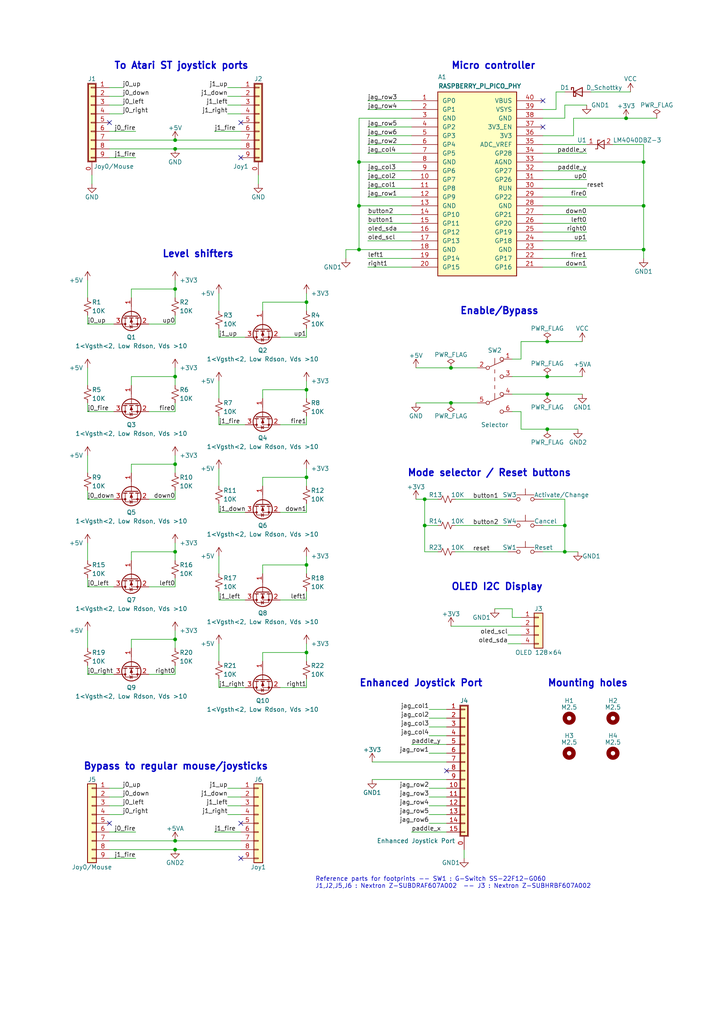
<source format=kicad_sch>
(kicad_sch (version 20211123) (generator eeschema)
  (paper "A4" portrait)
  (title_block (title "Enhanced to Standard Joystick Port Adapter for the Atari ST") (date "2023-02-09") (rev "1.0.0-DRAFT") (company "Sporniket") (comment 1 "...atari-st-mod-enhanced-to-standard-joystick-ports-adapter--hardware") (comment 2 "Original repository : https://github.com/sporniket/..."))
  (lib_symbols
    (symbol "Conn_01x09_Shielded_1" (pin_names (offset 1.016) hide)
      (property "Reference" "J2" (at 0 12.7 0))
      (property "Value" "Conn_01x09_Shielded_1" (at -5.08 -12.7 0))
      (symbol "Conn_01x09_Shielded_1_1_1"
        (pin passive line (at 0 -15.24 90) (length 3.81) (name "Shield") (number "0"))
        (pin passive line (at -5.08 10.16 0) (length 4.064) (name "Pin_1") (number "1"))
        (pin passive line (at -5.08 7.62 0) (length 4.064) (name "Pin_2") (number "2"))
        (pin passive line (at -5.08 5.08 0) (length 4.064) (name "Pin_3") (number "3"))
        (pin passive line (at -5.08 2.54 0) (length 4.064) (name "Pin_4") (number "4"))
        (pin passive line (at -5.08 0 0) (length 4.064) (name "Pin_5") (number "5"))
        (pin passive line (at -5.08 -2.54 0) (length 4.064) (name "Pin_6") (number "6"))
        (pin passive line (at -5.08 -5.08 0) (length 4.064) (name "Pin_7") (number "7"))
        (pin passive line (at -5.08 -7.62 0) (length 4.064) (name "Pin_8") (number "8"))
        (pin passive line (at -5.08 -10.16 0) (length 4.064) (name "Pin_9") (number "9"))
      )
    )
    (symbol "Connector_Generic:Conn_01x04" (pin_names (offset 1.016) hide)
      (property "Reference" "J" (at 0 5.08 0))
      (property "Value" "Conn_01x04" (at 0 -7.62 0))
      (symbol "Conn_01x04_1_1"
        (pin passive line (at -5.08 2.54 0) (length 3.81) (name "Pin_1") (number "1"))
        (pin passive line (at -5.08 0 0) (length 3.81) (name "Pin_2") (number "2"))
        (pin passive line (at -5.08 -2.54 0) (length 3.81) (name "Pin_3") (number "3"))
        (pin passive line (at -5.08 -5.08 0) (length 3.81) (name "Pin_4") (number "4"))
      )
    )
    (symbol "Connector_Generic:Conn_01x09" (pin_names (offset 1.016) hide)
      (property "Reference" "J" (at 0 12.7 0))
      (property "Value" "Conn_01x09" (at 0 -12.7 0))
      (symbol "Conn_01x09_1_1"
        (pin passive line (at -5.08 10.16 0) (length 3.81) (name "Pin_1") (number "1"))
        (pin passive line (at -5.08 7.62 0) (length 3.81) (name "Pin_2") (number "2"))
        (pin passive line (at -5.08 5.08 0) (length 3.81) (name "Pin_3") (number "3"))
        (pin passive line (at -5.08 2.54 0) (length 3.81) (name "Pin_4") (number "4"))
        (pin passive line (at -5.08 0 0) (length 3.81) (name "Pin_5") (number "5"))
        (pin passive line (at -5.08 -2.54 0) (length 3.81) (name "Pin_6") (number "6"))
        (pin passive line (at -5.08 -5.08 0) (length 3.81) (name "Pin_7") (number "7"))
        (pin passive line (at -5.08 -7.62 0) (length 3.81) (name "Pin_8") (number "8"))
        (pin passive line (at -5.08 -10.16 0) (length 3.81) (name "Pin_9") (number "9"))
      )
    )
    (symbol "Connector_Generic_Shielded:Conn_01x09_Shielded" (pin_names (offset 1.016) hide)
      (property "Reference" "J1" (at 0 12.7 0))
      (property "Value" "Joy0/Mouse" (at 6.35 -12.7 0))
      (symbol "Conn_01x09_Shielded_1_1"
        (pin passive line (at 0 -15.24 90) (length 3.81) (name "Shield") (number "0"))
        (pin passive line (at -5.08 10.16 0) (length 4.064) (name "Pin_1") (number "1"))
        (pin passive line (at -5.08 7.62 0) (length 4.064) (name "Pin_2") (number "2"))
        (pin passive line (at -5.08 5.08 0) (length 4.064) (name "Pin_3") (number "3"))
        (pin passive line (at -5.08 2.54 0) (length 4.064) (name "Pin_4") (number "4"))
        (pin passive line (at -5.08 0 0) (length 4.064) (name "Pin_5") (number "5"))
        (pin passive line (at -5.08 -2.54 0) (length 4.064) (name "Pin_6") (number "6"))
        (pin passive line (at -5.08 -5.08 0) (length 4.064) (name "Pin_7") (number "7"))
        (pin passive line (at -5.08 -7.62 0) (length 4.064) (name "Pin_8") (number "8"))
        (pin passive line (at -5.08 -10.16 0) (length 4.064) (name "Pin_9") (number "9"))
      )
    )
    (symbol "Connector_Generic_Shielded:Conn_01x15_Shielded" (pin_names (offset 1.016) hide)
      (property "Reference" "J4" (at 0 20.32 0))
      (property "Value" "Enhanced Joystick Port" (at -13.97 -20.32 0))
      (symbol "Conn_01x15_Shielded_1_1"
        (pin passive line (at 0 -22.86 90) (length 3.81) (name "Shield") (number "0"))
        (pin passive line (at -5.08 17.78 0) (length 4.064) (name "Pin_1") (number "1"))
        (pin passive line (at -5.08 -5.08 0) (length 4.064) (name "Pin_10") (number "10"))
        (pin passive line (at -5.08 -7.62 0) (length 4.064) (name "Pin_11") (number "11"))
        (pin passive line (at -5.08 -10.16 0) (length 4.064) (name "Pin_12") (number "12"))
        (pin passive line (at -5.08 -12.7 0) (length 4.064) (name "Pin_13") (number "13"))
        (pin passive line (at -5.08 -15.24 0) (length 4.064) (name "Pin_14") (number "14"))
        (pin passive line (at -5.08 -17.78 0) (length 4.064) (name "Pin_15") (number "15"))
        (pin passive line (at -5.08 15.24 0) (length 4.064) (name "Pin_2") (number "2"))
        (pin passive line (at -5.08 12.7 0) (length 4.064) (name "Pin_3") (number "3"))
        (pin passive line (at -5.08 10.16 0) (length 4.064) (name "Pin_4") (number "4"))
        (pin passive line (at -5.08 7.62 0) (length 4.064) (name "Pin_5") (number "5"))
        (pin passive line (at -5.08 5.08 0) (length 4.064) (name "Pin_6") (number "6"))
        (pin passive line (at -5.08 2.54 0) (length 4.064) (name "Pin_7") (number "7"))
        (pin passive line (at -5.08 0 0) (length 4.064) (name "Pin_8") (number "8"))
        (pin passive line (at -5.08 -2.54 0) (length 4.064) (name "Pin_9") (number "9"))
      )
    )
    (symbol "Device:D_Schottky" (pin_numbers hide) (pin_names (offset 1.016) hide)
      (property "Reference" "D" (at 0 2.54 0))
      (property "Value" "D_Schottky" (at 0 -2.54 0))
      (symbol "D_Schottky_1_1"
        (pin passive line (at -3.81 0 0) (length 2.54) (name "K") (number "1"))
        (pin passive line (at 3.81 0 180) (length 2.54) (name "A") (number "2"))
      )
    )
    (symbol "Device:Q_NMOS_GSD" (pin_names (offset 0) hide)
      (property "Reference" "Q" (at 5.08 1.27 0))
      (property "Value" "Q_NMOS_GSD" (at 5.08 -1.27 0))
      (symbol "Q_NMOS_GSD_1_1"
        (pin input line (at -5.08 0 0) (length 2.54) (name "G") (number "1"))
        (pin passive line (at 2.54 -5.08 90) (length 2.54) (name "S") (number "2"))
        (pin passive line (at 2.54 5.08 270) (length 2.54) (name "D") (number "3"))
      )
    )
    (symbol "Device:R_Small_US" (pin_numbers hide) (pin_names (offset 0.254) hide)
      (property "Reference" "R" (at 0.762 0.508 0))
      (property "Value" "R_Small_US" (at 0.762 -1.016 0))
      (symbol "R_Small_US_1_1"
        (pin passive line (at 0 2.54 270) (length 1.016) (name "~") (number "1"))
        (pin passive line (at 0 -2.54 90) (length 1.016) (name "~") (number "2"))
      )
    )
    (symbol "Mechanical:MountingHole" (pin_names (offset 1.016))
      (property "Reference" "H" (at 0 5.08 0))
      (property "Value" "MountingHole" (at 0 3.175 0))
    )
    (symbol "Reference_Voltage:LM4040DBZ-3" (pin_names (offset 0.0254) hide)
      (property "Reference" "U" (at 0 2.54 0))
      (property "Value" "LM4040DBZ-3" (at 0 -3.175 0))
      (symbol "LM4040DBZ-3_1_1"
        (pin passive line (at 3.81 0 180) (length 2.54) (name "K") (number "1"))
        (pin passive line (at -3.81 0 0) (length 2.54) (name "A") (number "2"))
      )
    )
    (symbol "Switch:SW_Push" (pin_numbers hide) (pin_names (offset 1.016) hide)
      (property "Reference" "SW" (at 1.27 2.54 0))
      (property "Value" "SW_Push" (at 0 -1.524 0))
      (symbol "SW_Push_0_1"
        (pin passive line (at -5.08 0 0) (length 2.54) (name "1") (number "1"))
        (pin passive line (at 5.08 0 180) (length 2.54) (name "2") (number "2"))
      )
    )
    (symbol "Switch:SW_Push_DPDT" (pin_names (offset 0) hide)
      (property "Reference" "SW" (at 0 8.89 0))
      (property "Value" "SW_Push_DPDT" (at 0 -10.16 0))
      (symbol "SW_Push_DPDT_1_1"
        (pin passive line (at 5.08 7.62 180) (length 2.54) (name "A") (number "1"))
        (pin passive line (at -5.08 5.08 0) (length 2.54) (name "B") (number "2"))
        (pin passive line (at 5.08 2.54 180) (length 2.54) (name "C") (number "3"))
        (pin passive line (at 5.08 -2.54 180) (length 2.54) (name "A") (number "4"))
        (pin passive line (at -5.08 -5.08 0) (length 2.54) (name "B") (number "5"))
        (pin passive line (at 5.08 -7.62 180) (length 2.54) (name "C") (number "6"))
      )
    )
    (symbol "power:+3.3V" (power) (pin_names (offset 0))
      (property "Value" "+3.3V" (at 0 3.556 0))
      (symbol "+3.3V_1_1"
        (pin power_in line (at 0 0 90) (length 0) hide (name "+3V3") (number "1"))
      )
    )
    (symbol "power:+5V" (power) (pin_names (offset 0))
      (property "Value" "+5V" (at 0 3.556 0))
      (symbol "+5V_1_1"
        (pin power_in line (at 0 0 90) (length 0) hide (name "+5V") (number "1"))
      )
    )
    (symbol "power:+5VA" (power) (pin_names (offset 0))
      (property "Value" "+5VA" (at 0 3.556 0))
      (symbol "+5VA_1_1"
        (pin power_in line (at 0 0 90) (length 0) hide (name "+5VA") (number "1"))
      )
    )
    (symbol "power:GND" (power) (pin_names (offset 0))
      (property "Value" "GND" (at 0 -3.81 0))
      (symbol "GND_1_1"
        (pin power_in line (at 0 0 270) (length 0) hide (name "GND") (number "1"))
      )
    )
    (symbol "power:GND1" (power) (pin_names (offset 0))
      (property "Value" "GND1" (at 0 -3.81 0))
      (symbol "GND1_1_1"
        (pin power_in line (at 0 0 270) (length 0) hide (name "GND1") (number "1"))
      )
    )
    (symbol "power:GND2" (power) (pin_names (offset 0))
      (property "Value" "GND2" (at 0 -3.81 0))
      (symbol "GND2_1_1"
        (pin power_in line (at 0 0 270) (length 0) hide (name "GND2") (number "1"))
      )
    )
    (symbol "power:PWR_FLAG" (power) (pin_numbers hide) (pin_names (offset 0) hide)
      (property "Value" "PWR_FLAG" (at 0 3.81 0))
      (symbol "PWR_FLAG_0_0"
        (pin power_out line (at 0 0 90) (length 0) (name "pwr") (number "1"))
      )
    )
    (symbol "power:VCC" (power) (pin_names (offset 0))
      (property "Value" "VCC" (at 0 3.81 0))
      (symbol "VCC_1_1"
        (pin power_in line (at 0 0 90) (length 0) hide (name "VCC") (number "1"))
      )
    )
    (symbol "rpi-pico:RASPBERRY_PI_PICO_PHY" (pin_names (offset 1.27))
      (property "Reference" "A" (at -11.43 31.75 0))
      (property "Value" "RASPBERRY_PI_PICO_PHY" (at -11.43 29.21 0))
      (symbol "RASPBERRY_PI_PICO_PHY_0_0"
        (pin bidirectional line (at -19.05 24.13 0) (length 7.62) (name "GP0") (number "1"))
        (pin bidirectional line (at -19.05 1.27 0) (length 7.62) (name "GP7") (number "10"))
        (pin bidirectional line (at -19.05 -1.27 0) (length 7.62) (name "GP8") (number "11"))
        (pin bidirectional line (at -19.05 -3.81 0) (length 7.62) (name "GP9") (number "12"))
        (pin power_in line (at -19.05 -6.35 0) (length 7.62) (name "GND") (number "13"))
        (pin bidirectional line (at -19.05 -8.89 0) (length 7.62) (name "GP10") (number "14"))
        (pin bidirectional line (at -19.05 -11.43 0) (length 7.62) (name "GP11") (number "15"))
        (pin bidirectional line (at -19.05 -13.97 0) (length 7.62) (name "GP12") (number "16"))
        (pin bidirectional line (at -19.05 -16.51 0) (length 7.62) (name "GP13") (number "17"))
        (pin power_in line (at -19.05 -19.05 0) (length 7.62) (name "GND") (number "18"))
        (pin bidirectional line (at -19.05 -21.59 0) (length 7.62) (name "GP14") (number "19"))
        (pin bidirectional line (at -19.05 21.59 0) (length 7.62) (name "GP1") (number "2"))
        (pin bidirectional line (at -19.05 -24.13 0) (length 7.62) (name "GP15") (number "20"))
        (pin bidirectional line (at 19.05 -24.13 180) (length 7.62) (name "GP16") (number "21"))
        (pin bidirectional line (at 19.05 -21.59 180) (length 7.62) (name "GP17") (number "22"))
        (pin power_in line (at 19.05 -19.05 180) (length 7.62) (name "GND") (number "23"))
        (pin bidirectional line (at 19.05 -16.51 180) (length 7.62) (name "GP18") (number "24"))
        (pin bidirectional line (at 19.05 -13.97 180) (length 7.62) (name "GP19") (number "25"))
        (pin bidirectional line (at 19.05 -11.43 180) (length 7.62) (name "GP20") (number "26"))
        (pin bidirectional line (at 19.05 -8.89 180) (length 7.62) (name "GP21") (number "27"))
        (pin power_in line (at 19.05 -6.35 180) (length 7.62) (name "GND") (number "28"))
        (pin bidirectional line (at 19.05 -3.81 180) (length 7.62) (name "GP22") (number "29"))
        (pin power_in line (at -19.05 19.05 0) (length 7.62) (name "GND") (number "3"))
        (pin input line (at 19.05 -1.27 180) (length 7.62) (name "RUN") (number "30"))
        (pin bidirectional line (at 19.05 1.27 180) (length 7.62) (name "GP26") (number "31"))
        (pin bidirectional line (at 19.05 3.81 180) (length 7.62) (name "GP27") (number "32"))
        (pin power_in line (at 19.05 6.35 180) (length 7.62) (name "AGND") (number "33"))
        (pin bidirectional line (at 19.05 8.89 180) (length 7.62) (name "GP28") (number "34"))
        (pin input line (at 19.05 11.43 180) (length 7.62) (name "ADC_VREF") (number "35"))
        (pin power_in line (at 19.05 13.97 180) (length 7.62) (name "3V3") (number "36"))
        (pin input line (at 19.05 16.51 180) (length 7.62) (name "3V3_EN") (number "37"))
        (pin power_in line (at 19.05 19.05 180) (length 7.62) (name "GND") (number "38"))
        (pin power_in line (at 19.05 21.59 180) (length 7.62) (name "VSYS") (number "39"))
        (pin bidirectional line (at -19.05 16.51 0) (length 7.62) (name "GP2") (number "4"))
        (pin power_in line (at 19.05 24.13 180) (length 7.62) (name "VBUS") (number "40"))
        (pin bidirectional line (at -19.05 13.97 0) (length 7.62) (name "GP3") (number "5"))
        (pin bidirectional line (at -19.05 11.43 0) (length 7.62) (name "GP4") (number "6"))
        (pin bidirectional line (at -19.05 8.89 0) (length 7.62) (name "GP5") (number "7"))
        (pin power_in line (at -19.05 6.35 0) (length 7.62) (name "GND") (number "8"))
        (pin bidirectional line (at -19.05 3.81 0) (length 7.62) (name "GP6") (number "9"))
      )
    )
  )
  (junction (at 50.8 246.38))
  (junction (at 123.19 144.78))
  (junction (at 163.83 160.02))
  (junction (at 181.61 34.29))
  (junction (at 158.75 114.3))
  (junction (at 130.81 116.84))
  (junction (at 50.8 185.42))
  (junction (at 186.69 59.69))
  (junction (at 104.14 46.99))
  (junction (at 104.14 59.69))
  (junction (at 88.9 138.43))
  (junction (at 186.69 72.39))
  (junction (at 50.8 40.64))
  (junction (at 50.8 243.84))
  (junction (at 163.83 152.4))
  (junction (at 88.9 87.63))
  (junction (at 50.8 109.22))
  (junction (at 104.14 72.39))
  (junction (at 123.19 152.4))
  (junction (at 50.8 134.62))
  (junction (at 88.9 113.03))
  (junction (at 130.81 106.68))
  (junction (at 158.75 99.06))
  (junction (at 88.9 189.23))
  (junction (at 50.8 43.18))
  (junction (at 50.8 160.02))
  (junction (at 88.9 163.83))
  (junction (at 186.69 46.99))
  (junction (at 158.75 124.46))
  (junction (at 50.8 83.82))
  (junction (at 158.75 109.22))
  (no_connect (at 69.85 45.72))
  (no_connect (at 129.54 223.52))
  (no_connect (at 157.48 36.83))
  (no_connect (at 31.75 35.56))
  (no_connect (at 69.85 35.56))
  (no_connect (at 31.75 238.76))
  (no_connect (at 69.85 248.92))
  (no_connect (at 69.85 238.76))
  (no_connect (at 157.48 29.21))
  (wire (pts (xy 104.14 46.99) (xy 104.14 59.69)))
  (wire (pts (xy 157.48 44.45) (xy 170.18 44.45)))
  (wire (pts (xy 76.2 90.17) (xy 76.2 87.63)))
  (wire (pts (xy 166.37 34.29) (xy 181.61 34.29)))
  (wire (pts (xy 25.4 193.04) (xy 25.4 195.58)))
  (wire (pts (xy 107.95 226.06) (xy 129.54 226.06)))
  (wire (pts (xy 106.68 44.45) (xy 119.38 44.45)))
  (wire (pts (xy 81.28 97.79) (xy 88.9 97.79)))
  (wire (pts (xy 50.8 109.22) (xy 50.8 111.76)))
  (wire (pts (xy 88.9 135.89) (xy 88.9 138.43)))
  (wire (pts (xy 25.4 195.58) (xy 33.02 195.58)))
  (wire (pts (xy 157.48 46.99) (xy 186.69 46.99)))
  (wire (pts (xy 132.08 152.4) (xy 147.32 152.4)))
  (wire (pts (xy 124.46 233.68) (xy 129.54 233.68)))
  (wire (pts (xy 163.83 30.48) (xy 170.18 30.48)))
  (wire (pts (xy 38.1 160.02) (xy 50.8 160.02)))
  (wire (pts (xy 25.4 142.24) (xy 25.4 144.78)))
  (wire (pts (xy 50.8 246.38) (xy 69.85 246.38)))
  (wire (pts (xy 76.2 166.37) (xy 76.2 163.83)))
  (wire (pts (xy 66.04 228.6) (xy 69.85 228.6)))
  (wire (pts (xy 157.48 72.39) (xy 186.69 72.39)))
  (wire (pts (xy 50.8 157.48) (xy 50.8 160.02)))
  (wire (pts (xy 104.14 72.39) (xy 119.38 72.39)))
  (wire (pts (xy 163.83 26.67) (xy 161.29 26.67)))
  (wire (pts (xy 106.68 29.21) (xy 119.38 29.21)))
  (wire (pts (xy 104.14 59.69) (xy 104.14 72.39)))
  (wire (pts (xy 104.14 34.29) (xy 104.14 46.99)))
  (wire (pts (xy 186.69 72.39) (xy 186.69 74.93)))
  (wire (pts (xy 106.68 77.47) (xy 119.38 77.47)))
  (wire (pts (xy 81.28 123.19) (xy 88.9 123.19)))
  (wire (pts (xy 148.59 119.38) (xy 151.13 119.38)))
  (wire (pts (xy 127 152.4) (xy 123.19 152.4)))
  (wire (pts (xy 124.46 238.76) (xy 129.54 238.76)))
  (wire (pts (xy 31.75 243.84) (xy 50.8 243.84)))
  (wire (pts (xy 147.32 184.15) (xy 151.13 184.15)))
  (wire (pts (xy 106.68 69.85) (xy 119.38 69.85)))
  (wire (pts (xy 66.04 27.94) (xy 69.85 27.94)))
  (wire (pts (xy 157.48 39.37) (xy 166.37 39.37)))
  (wire (pts (xy 38.1 185.42) (xy 50.8 185.42)))
  (wire (pts (xy 104.14 59.69) (xy 119.38 59.69)))
  (wire (pts (xy 50.8 193.04) (xy 50.8 195.58)))
  (wire (pts (xy 106.68 74.93) (xy 119.38 74.93)))
  (wire (pts (xy 62.23 38.1) (xy 69.85 38.1)))
  (wire (pts (xy 50.8 243.84) (xy 69.85 243.84)))
  (wire (pts (xy 76.2 140.97) (xy 76.2 138.43)))
  (wire (pts (xy 106.68 36.83) (xy 119.38 36.83)))
  (wire (pts (xy 157.48 64.77) (xy 170.18 64.77)))
  (wire (pts (xy 25.4 182.88) (xy 25.4 187.96)))
  (wire (pts (xy 66.04 33.02) (xy 69.85 33.02)))
  (wire (pts (xy 25.4 93.98) (xy 33.02 93.98)))
  (wire (pts (xy 119.38 215.9) (xy 129.54 215.9)))
  (wire (pts (xy 76.2 87.63) (xy 88.9 87.63)))
  (wire (pts (xy 157.48 152.4) (xy 163.83 152.4)))
  (wire (pts (xy 157.48 74.93) (xy 170.18 74.93)))
  (wire (pts (xy 66.04 236.22) (xy 69.85 236.22)))
  (wire (pts (xy 50.8 142.24) (xy 50.8 144.78)))
  (wire (pts (xy 31.75 228.6) (xy 35.56 228.6)))
  (wire (pts (xy 38.1 187.96) (xy 38.1 185.42)))
  (wire (pts (xy 186.69 41.91) (xy 186.69 46.99)))
  (wire (pts (xy 63.5 173.99) (xy 71.12 173.99)))
  (wire (pts (xy 106.68 62.23) (xy 119.38 62.23)))
  (wire (pts (xy 151.13 119.38) (xy 151.13 124.46)))
  (wire (pts (xy 31.75 241.3) (xy 39.37 241.3)))
  (wire (pts (xy 130.81 116.84) (xy 138.43 116.84)))
  (wire (pts (xy 157.48 34.29) (xy 163.83 34.29)))
  (wire (pts (xy 124.46 231.14) (xy 129.54 231.14)))
  (wire (pts (xy 66.04 30.48) (xy 69.85 30.48)))
  (wire (pts (xy 106.68 64.77) (xy 119.38 64.77)))
  (wire (pts (xy 66.04 233.68) (xy 69.85 233.68)))
  (wire (pts (xy 157.48 144.78) (xy 163.83 144.78)))
  (wire (pts (xy 88.9 186.69) (xy 88.9 189.23)))
  (wire (pts (xy 123.19 144.78) (xy 127 144.78)))
  (wire (pts (xy 104.14 46.99) (xy 119.38 46.99)))
  (wire (pts (xy 143.51 176.53) (xy 148.59 176.53)))
  (wire (pts (xy 74.93 50.8) (xy 74.93 53.34)))
  (wire (pts (xy 63.5 171.45) (xy 63.5 173.99)))
  (wire (pts (xy 148.59 114.3) (xy 158.75 114.3)))
  (wire (pts (xy 25.4 106.68) (xy 25.4 111.76)))
  (wire (pts (xy 132.08 160.02) (xy 147.32 160.02)))
  (wire (pts (xy 148.59 179.07) (xy 151.13 179.07)))
  (wire (pts (xy 157.48 69.85) (xy 170.18 69.85)))
  (wire (pts (xy 163.83 34.29) (xy 163.83 30.48)))
  (wire (pts (xy 124.46 218.44) (xy 129.54 218.44)))
  (wire (pts (xy 106.68 54.61) (xy 119.38 54.61)))
  (wire (pts (xy 158.75 109.22) (xy 168.91 109.22)))
  (wire (pts (xy 186.69 59.69) (xy 186.69 72.39)))
  (wire (pts (xy 25.4 170.18) (xy 33.02 170.18)))
  (wire (pts (xy 50.8 83.82) (xy 50.8 86.36)))
  (wire (pts (xy 62.23 241.3) (xy 69.85 241.3)))
  (wire (pts (xy 157.48 59.69) (xy 186.69 59.69)))
  (wire (pts (xy 88.9 138.43) (xy 88.9 140.97)))
  (wire (pts (xy 88.9 146.05) (xy 88.9 148.59)))
  (wire (pts (xy 63.5 186.69) (xy 63.5 191.77)))
  (wire (pts (xy 63.5 85.09) (xy 63.5 90.17)))
  (wire (pts (xy 50.8 91.44) (xy 50.8 93.98)))
  (wire (pts (xy 43.18 144.78) (xy 50.8 144.78)))
  (wire (pts (xy 31.75 38.1) (xy 39.37 38.1)))
  (wire (pts (xy 50.8 43.18) (xy 69.85 43.18)))
  (wire (pts (xy 107.95 220.98) (xy 129.54 220.98)))
  (wire (pts (xy 132.08 144.78) (xy 147.32 144.78)))
  (wire (pts (xy 106.68 31.75) (xy 119.38 31.75)))
  (wire (pts (xy 50.8 160.02) (xy 50.8 162.56)))
  (wire (pts (xy 104.14 34.29) (xy 119.38 34.29)))
  (wire (pts (xy 106.68 49.53) (xy 119.38 49.53)))
  (wire (pts (xy 76.2 191.77) (xy 76.2 189.23)))
  (wire (pts (xy 50.8 106.68) (xy 50.8 109.22)))
  (wire (pts (xy 88.9 95.25) (xy 88.9 97.79)))
  (wire (pts (xy 127 160.02) (xy 123.19 160.02)))
  (wire (pts (xy 88.9 85.09) (xy 88.9 87.63)))
  (wire (pts (xy 148.59 176.53) (xy 148.59 179.07)))
  (wire (pts (xy 157.48 41.91) (xy 170.18 41.91)))
  (wire (pts (xy 50.8 134.62) (xy 50.8 137.16)))
  (wire (pts (xy 76.2 115.57) (xy 76.2 113.03)))
  (wire (pts (xy 38.1 137.16) (xy 38.1 134.62)))
  (wire (pts (xy 123.19 152.4) (xy 123.19 144.78)))
  (wire (pts (xy 157.48 54.61) (xy 170.18 54.61)))
  (wire (pts (xy 66.04 231.14) (xy 69.85 231.14)))
  (wire (pts (xy 31.75 236.22) (xy 35.56 236.22)))
  (wire (pts (xy 63.5 110.49) (xy 63.5 115.57)))
  (wire (pts (xy 25.4 91.44) (xy 25.4 93.98)))
  (wire (pts (xy 25.4 167.64) (xy 25.4 170.18)))
  (wire (pts (xy 76.2 113.03) (xy 88.9 113.03)))
  (wire (pts (xy 151.13 104.14) (xy 151.13 99.06)))
  (wire (pts (xy 106.68 57.15) (xy 119.38 57.15)))
  (wire (pts (xy 31.75 25.4) (xy 35.56 25.4)))
  (wire (pts (xy 76.2 189.23) (xy 88.9 189.23)))
  (wire (pts (xy 43.18 195.58) (xy 50.8 195.58)))
  (wire (pts (xy 25.4 81.28) (xy 25.4 86.36)))
  (wire (pts (xy 106.68 67.31) (xy 119.38 67.31)))
  (wire (pts (xy 25.4 144.78) (xy 33.02 144.78)))
  (wire (pts (xy 88.9 87.63) (xy 88.9 90.17)))
  (wire (pts (xy 50.8 81.28) (xy 50.8 83.82)))
  (wire (pts (xy 186.69 46.99) (xy 186.69 59.69)))
  (wire (pts (xy 31.75 40.64) (xy 50.8 40.64)))
  (wire (pts (xy 148.59 104.14) (xy 151.13 104.14)))
  (wire (pts (xy 124.46 236.22) (xy 129.54 236.22)))
  (wire (pts (xy 26.67 50.8) (xy 26.67 53.34)))
  (wire (pts (xy 163.83 160.02) (xy 163.83 152.4)))
  (wire (pts (xy 63.5 146.05) (xy 63.5 148.59)))
  (wire (pts (xy 43.18 170.18) (xy 50.8 170.18)))
  (wire (pts (xy 50.8 132.08) (xy 50.8 134.62)))
  (wire (pts (xy 88.9 163.83) (xy 88.9 166.37)))
  (wire (pts (xy 171.45 26.67) (xy 182.88 26.67)))
  (wire (pts (xy 88.9 110.49) (xy 88.9 113.03)))
  (wire (pts (xy 88.9 113.03) (xy 88.9 115.57)))
  (wire (pts (xy 130.81 106.68) (xy 138.43 106.68)))
  (wire (pts (xy 50.8 185.42) (xy 50.8 187.96)))
  (wire (pts (xy 166.37 34.29) (xy 166.37 39.37)))
  (wire (pts (xy 31.75 231.14) (xy 35.56 231.14)))
  (wire (pts (xy 167.64 160.02) (xy 163.83 160.02)))
  (wire (pts (xy 100.33 72.39) (xy 100.33 74.93)))
  (wire (pts (xy 66.04 25.4) (xy 69.85 25.4)))
  (wire (pts (xy 31.75 33.02) (xy 35.56 33.02)))
  (wire (pts (xy 151.13 124.46) (xy 158.75 124.46)))
  (wire (pts (xy 157.48 77.47) (xy 170.18 77.47)))
  (wire (pts (xy 157.48 57.15) (xy 170.18 57.15)))
  (wire (pts (xy 158.75 99.06) (xy 168.91 99.06)))
  (wire (pts (xy 50.8 167.64) (xy 50.8 170.18)))
  (wire (pts (xy 157.48 62.23) (xy 170.18 62.23)))
  (wire (pts (xy 120.65 144.78) (xy 123.19 144.78)))
  (wire (pts (xy 63.5 95.25) (xy 63.5 97.79)))
  (wire (pts (xy 63.5 135.89) (xy 63.5 140.97)))
  (wire (pts (xy 63.5 148.59) (xy 71.12 148.59)))
  (wire (pts (xy 31.75 43.18) (xy 50.8 43.18)))
  (wire (pts (xy 31.75 30.48) (xy 35.56 30.48)))
  (wire (pts (xy 157.48 67.31) (xy 170.18 67.31)))
  (wire (pts (xy 31.75 27.94) (xy 35.56 27.94)))
  (wire (pts (xy 100.33 72.39) (xy 104.14 72.39)))
  (wire (pts (xy 25.4 116.84) (xy 25.4 119.38)))
  (wire (pts (xy 119.38 241.3) (xy 129.54 241.3)))
  (wire (pts (xy 88.9 161.29) (xy 88.9 163.83)))
  (wire (pts (xy 63.5 196.85) (xy 63.5 199.39)))
  (wire (pts (xy 124.46 213.36) (xy 129.54 213.36)))
  (wire (pts (xy 63.5 97.79) (xy 71.12 97.79)))
  (wire (pts (xy 43.18 119.38) (xy 50.8 119.38)))
  (wire (pts (xy 147.32 186.69) (xy 151.13 186.69)))
  (wire (pts (xy 81.28 199.39) (xy 88.9 199.39)))
  (wire (pts (xy 63.5 199.39) (xy 71.12 199.39)))
  (wire (pts (xy 38.1 162.56) (xy 38.1 160.02)))
  (wire (pts (xy 38.1 86.36) (xy 38.1 83.82)))
  (wire (pts (xy 25.4 132.08) (xy 25.4 137.16)))
  (wire (pts (xy 124.46 208.28) (xy 129.54 208.28)))
  (wire (pts (xy 157.48 49.53) (xy 170.18 49.53)))
  (wire (pts (xy 38.1 134.62) (xy 50.8 134.62)))
  (wire (pts (xy 124.46 205.74) (xy 129.54 205.74)))
  (wire (pts (xy 76.2 138.43) (xy 88.9 138.43)))
  (wire (pts (xy 106.68 52.07) (xy 119.38 52.07)))
  (wire (pts (xy 158.75 114.3) (xy 168.91 114.3)))
  (wire (pts (xy 38.1 111.76) (xy 38.1 109.22)))
  (wire (pts (xy 50.8 116.84) (xy 50.8 119.38)))
  (wire (pts (xy 88.9 196.85) (xy 88.9 199.39)))
  (wire (pts (xy 124.46 210.82) (xy 129.54 210.82)))
  (wire (pts (xy 50.8 182.88) (xy 50.8 185.42)))
  (wire (pts (xy 181.61 34.29) (xy 190.5 34.29)))
  (wire (pts (xy 106.68 41.91) (xy 119.38 41.91)))
  (wire (pts (xy 31.75 246.38) (xy 50.8 246.38)))
  (wire (pts (xy 88.9 120.65) (xy 88.9 123.19)))
  (wire (pts (xy 106.68 39.37) (xy 119.38 39.37)))
  (wire (pts (xy 31.75 233.68) (xy 35.56 233.68)))
  (wire (pts (xy 88.9 189.23) (xy 88.9 191.77)))
  (wire (pts (xy 161.29 26.67) (xy 161.29 31.75)))
  (wire (pts (xy 31.75 248.92) (xy 39.37 248.92)))
  (wire (pts (xy 123.19 160.02) (xy 123.19 152.4)))
  (wire (pts (xy 88.9 171.45) (xy 88.9 173.99)))
  (wire (pts (xy 120.65 106.68) (xy 130.81 106.68)))
  (wire (pts (xy 177.8 41.91) (xy 186.69 41.91)))
  (wire (pts (xy 157.48 31.75) (xy 161.29 31.75)))
  (wire (pts (xy 38.1 109.22) (xy 50.8 109.22)))
  (wire (pts (xy 43.18 93.98) (xy 50.8 93.98)))
  (wire (pts (xy 120.65 116.84) (xy 130.81 116.84)))
  (wire (pts (xy 81.28 148.59) (xy 88.9 148.59)))
  (wire (pts (xy 157.48 52.07) (xy 170.18 52.07)))
  (wire (pts (xy 163.83 144.78) (xy 163.83 152.4)))
  (wire (pts (xy 151.13 99.06) (xy 158.75 99.06)))
  (wire (pts (xy 148.59 109.22) (xy 158.75 109.22)))
  (wire (pts (xy 63.5 123.19) (xy 71.12 123.19)))
  (wire (pts (xy 157.48 160.02) (xy 163.83 160.02)))
  (wire (pts (xy 76.2 163.83) (xy 88.9 163.83)))
  (wire (pts (xy 124.46 228.6) (xy 129.54 228.6)))
  (wire (pts (xy 50.8 40.64) (xy 69.85 40.64)))
  (wire (pts (xy 130.81 181.61) (xy 151.13 181.61)))
  (wire (pts (xy 25.4 119.38) (xy 33.02 119.38)))
  (wire (pts (xy 31.75 45.72) (xy 39.37 45.72)))
  (wire (pts (xy 63.5 161.29) (xy 63.5 166.37)))
  (wire (pts (xy 63.5 120.65) (xy 63.5 123.19)))
  (wire (pts (xy 25.4 157.48) (xy 25.4 162.56)))
  (wire (pts (xy 134.62 246.38) (xy 134.62 248.92)))
  (wire (pts (xy 38.1 83.82) (xy 50.8 83.82)))
  (wire (pts (xy 81.28 173.99) (xy 88.9 173.99)))
  (wire (pts (xy 158.75 124.46) (xy 167.64 124.46)))
  (text "To Atari ST joystick ports" (at 33.02 20.32 0) (effects (font (size 2 2) (thickness 0.4) bold) (justify left bottom)))
  (text "Level shifters" (at 46.99 74.93 0) (effects (font (size 2 2) bold) (justify left bottom)))
  (text "Bypass to regular mouse/joysticks" (at 24.13 223.52 0) (effects (font (size 2 2) (thickness 0.4) bold) (justify left bottom)))
  (text "Mounting holes" (at 158.75 199.39 0) (effects (font (size 2 2) (thickness 0.4) bold) (justify left bottom)))
  (text "Micro controller" (at 130.81 20.32 0) (effects (font (size 2 2) bold) (justify left bottom)))
  (text "OLED I2C Display" (at 130.81 171.45 0) (effects (font (size 2 2) bold) (justify left bottom)))
  (text "Enable/Bypass" (at 133.35 91.44 0) (effects (font (size 2 2) bold) (justify left bottom)))
  (text "Mode selector / Reset buttons" (at 118.11 138.43 0) (effects (font (size 2 2) (thickness 0.4) bold) (justify left bottom)))
  (text "Enhanced Joystick Port" (at 104.14 199.39 0) (effects (font (size 2 2) (thickness 0.4) bold) (justify left bottom)))
  (text "Reference parts for footprints -- SW1 : G-Switch SS-22F12-G060\nJ1,J2,J5,J6 : Nextron Z-SUBDRAF607A002  -- J3 : Nextron Z-SUBHRBF607A002" (at 91.44 257.81 0) (effects (font (size 1.27 1.27)) (justify left bottom)))
  (label "jag_row5" (at 124.46 236.22 180))
  (label "j0_fire" (at 39.37 241.3 180))
  (label "up0" (at 170.18 52.07 180))
  (label "jag_row2" (at 106.68 41.91 0))
  (label "fire1" (at 170.18 74.93 180))
  (label "jag_row3" (at 124.46 231.14 180))
  (label "button1" (at 137.16 144.78 0))
  (label "jag_row6" (at 106.68 39.37 0))
  (label "oled_sda" (at 106.68 67.31 0))
  (label "j1_left" (at 66.04 30.48 180))
  (label "left0" (at 50.8 170.18 180))
  (label "j1_left" (at 66.04 233.68 180))
  (label "button1" (at 106.68 64.77 0))
  (label "paddle_y" (at 170.18 49.53 180))
  (label "j0_down" (at 35.56 27.94 0))
  (label "jag_row1" (at 124.46 218.44 180))
  (label "j1_down" (at 66.04 231.14 180))
  (label "j1_up" (at 63.5 97.79 0))
  (label "reset" (at 137.16 160.02 0))
  (label "j0_up" (at 35.56 228.6 0))
  (label "jag_row2" (at 124.46 228.6 180))
  (label "j0_fire" (at 25.4 119.38 0))
  (label "j1_fire" (at 63.5 123.19 0))
  (label "down0" (at 170.18 62.23 180))
  (label "j0_up" (at 35.56 25.4 0))
  (label "jag_col2" (at 106.68 52.07 0))
  (label "jag_row5" (at 106.68 36.83 0))
  (label "jag_row1" (at 106.68 57.15 0))
  (label "down1" (at 88.9 148.59 180))
  (label "j0_left" (at 25.4 170.18 0))
  (label "jag_col1" (at 106.68 54.61 0))
  (label "oled_sda" (at 147.32 186.69 180))
  (label "j1_fire" (at 62.23 241.3 0))
  (label "jag_col4" (at 124.46 213.36 180))
  (label "j1_right" (at 66.04 33.02 180))
  (label "j0_right" (at 35.56 33.02 0))
  (label "jag_row6" (at 124.46 238.76 180))
  (label "jag_col3" (at 106.68 49.53 0))
  (label "j0_left" (at 35.56 233.68 0))
  (label "down1" (at 170.18 77.47 180))
  (label "j0_left" (at 35.56 30.48 0))
  (label "j1_fire" (at 39.37 248.92 180))
  (label "up0" (at 50.8 93.98 180))
  (label "jag_row3" (at 106.68 29.21 0))
  (label "up1" (at 88.9 97.79 180))
  (label "jag_col4" (at 106.68 44.45 0))
  (label "right1" (at 106.68 77.47 0))
  (label "oled_scl" (at 106.68 69.85 0))
  (label "jag_col3" (at 124.46 210.82 180))
  (label "right1" (at 88.9 199.39 180))
  (label "left1" (at 106.68 74.93 0))
  (label "j0_down" (at 35.56 231.14 0))
  (label "reset" (at 170.18 54.61 0))
  (label "jag_row4" (at 106.68 31.75 0))
  (label "paddle_y" (at 119.38 215.9 0))
  (label "paddle_x" (at 119.38 241.3 0))
  (label "j1_right" (at 66.04 236.22 180))
  (label "j1_left" (at 63.5 173.99 0))
  (label "button2" (at 106.68 62.23 0))
  (label "fire1" (at 88.9 123.19 180))
  (label "j1_down" (at 66.04 27.94 180))
  (label "left1" (at 88.9 173.99 180))
  (label "j0_right" (at 35.56 236.22 0))
  (label "fire0" (at 170.18 57.15 180))
  (label "jag_col1" (at 124.46 205.74 180))
  (label "j1_up" (at 66.04 25.4 180))
  (label "left0" (at 170.18 64.77 180))
  (label "j1_fire" (at 62.23 38.1 0))
  (label "jag_row4" (at 124.46 233.68 180))
  (label "paddle_x" (at 170.18 44.45 180))
  (label "j0_up" (at 25.4 93.98 0))
  (label "right0" (at 50.8 195.58 180))
  (label "down0" (at 50.8 144.78 180))
  (label "button2" (at 137.16 152.4 0))
  (label "j1_right" (at 63.5 199.39 0))
  (label "right0" (at 170.18 67.31 180))
  (label "j0_fire" (at 39.37 38.1 180))
  (label "j0_down" (at 25.4 144.78 0))
  (label "jag_col2" (at 124.46 208.28 180))
  (label "up1" (at 170.18 69.85 180))
  (label "j0_right" (at 25.4 195.58 0))
  (label "oled_scl" (at 147.32 184.15 180))
  (label "j1_down" (at 63.5 148.59 0))
  (label "j1_up" (at 66.04 228.6 180))
  (label "fire0" (at 50.8 119.38 180))
  (label "j1_fire" (at 39.37 45.72 180))
  (symbol (lib_id "power:+5V") (at 25.4 132.08 0) (unit 1)
    (property "Reference" "#PWR022" (effects hide))
    (property "Value" "+5V" (at 24.13 132.08 0) (effects (justify right)))
  )
  (symbol (lib_id "Device:R_Small_US") (at 63.5 194.31 0) (unit 1)
    (property "Reference" "R21" (at 64.77 193.04 0) (effects (justify left)))
    (property "Value" "10K" (at 64.77 195.58 0) (effects (justify left)))
    (property "Footprint" "Resistor_SMD:R_0805_2012Metric" (effects hide))
  )
  (symbol (lib_id "power:+5V") (at 50.8 40.64 0) (unit 1)
    (property "Reference" "#PWR04" (effects hide))
    (property "Value" "+5V" (at 50.8 37.084 0))
  )
  (symbol (lib_id "power:VCC") (at 182.88 26.67 0) (unit 1)
    (property "Reference" "#PWR01" (effects hide))
    (property "Value" "VCC" (at 182.88 22.86 0))
  )
  (symbol (lib_id "Device:Q_NMOS_GSD") (at 38.1 142.24 90) (mirror x) (unit 1)
    (property "Reference" "Q5" (at 38.1 148.59 90))
    (property "Value" "1<Vgsth<2, Low Rdson, Vds >10" (at 38.1 151.13 90))
    (property "Footprint" "Package_TO_SOT_SMD:SOT-23" (effects hide))
  )
  (symbol (lib_id "power:+5VA") (at 50.8 243.84 0) (unit 1)
    (property "Reference" "#PWR040" (effects hide))
    (property "Value" "+5VA" (at 50.8 240.284 0))
  )
  (symbol (lib_id "power:+3.3V") (at 88.9 186.69 0) (unit 1)
    (property "Reference" "#PWR037" (effects hide))
    (property "Value" "+3.3V" (at 90.17 186.69 0) (effects (justify left)))
  )
  (symbol (lib_id "power:+3.3V") (at 88.9 161.29 0) (unit 1)
    (property "Reference" "#PWR031" (effects hide))
    (property "Value" "+3.3V" (at 90.17 161.29 0) (effects (justify left)))
  )
  (symbol (lib_id "Device:Q_NMOS_GSD") (at 38.1 91.44 90) (mirror x) (unit 1)
    (property "Reference" "Q1" (at 38.1 97.79 90))
    (property "Value" "1<Vgsth<2, Low Rdson, Vds >10" (at 38.1 100.33 90))
    (property "Footprint" "Package_TO_SOT_SMD:SOT-23" (effects hide))
  )
  (symbol (lib_id "power:+3.3V") (at 50.8 182.88 0) (unit 1)
    (property "Reference" "#PWR035" (effects hide))
    (property "Value" "+3.3V" (at 52.07 182.88 0) (effects (justify left)))
  )
  (symbol (lib_id "power:GND1") (at 107.95 226.06 0) (unit 1)
    (property "Reference" "#PWR039" (effects hide))
    (property "Value" "GND1" (at 107.95 229.87 0))
  )
  (symbol (lib_id "Device:R_Small_US") (at 63.5 143.51 0) (unit 1)
    (property "Reference" "R11" (at 64.77 142.24 0) (effects (justify left)))
    (property "Value" "10K" (at 64.77 144.78 0) (effects (justify left)))
    (property "Footprint" "Resistor_SMD:R_0805_2012Metric" (effects hide))
  )
  (symbol (lib_id "power:+5V") (at 63.5 110.49 0) (unit 1)
    (property "Reference" "#PWR017" (effects hide))
    (property "Value" "+5V" (at 62.23 110.49 0) (effects (justify right)))
  )
  (symbol (lib_id "Device:R_Small_US") (at 25.4 88.9 0) (unit 1)
    (property "Reference" "R1" (at 26.67 87.63 0) (effects (justify left)))
    (property "Value" "10K" (at 26.67 90.17 0) (effects (justify left)))
    (property "Footprint" "Resistor_SMD:R_0805_2012Metric" (effects hide))
  )
  (symbol (lib_id "power:PWR_FLAG") (at 158.75 109.22 0) (unit 1)
    (property "Reference" "#FLG04" (effects hide))
    (property "Value" "PWR_FLAG" (at 158.75 105.41 0))
  )
  (symbol (lib_id "Device:R_Small_US") (at 63.5 118.11 0) (unit 1)
    (property "Reference" "R7" (at 64.77 116.84 0) (effects (justify left)))
    (property "Value" "10K" (at 64.77 119.38 0) (effects (justify left)))
    (property "Footprint" "Resistor_SMD:R_0805_2012Metric" (effects hide))
  )
  (symbol (lib_id "power:PWR_FLAG") (at 158.75 114.3 180) (unit 1)
    (property "Reference" "#FLG05" (effects hide))
    (property "Value" "PWR_FLAG" (at 158.75 118.11 0))
  )
  (symbol (lib_id "power:GND1") (at 186.69 74.93 0) (unit 1)
    (property "Reference" "#PWR07" (effects hide))
    (property "Value" "GND1" (at 186.69 78.74 0))
  )
  (symbol (lib_id "power:+5V") (at 25.4 157.48 0) (unit 1)
    (property "Reference" "#PWR028" (effects hide))
    (property "Value" "+5V" (at 24.13 157.48 0) (effects (justify right)))
  )
  (symbol (lib_id "power:+3.3V") (at 181.61 34.29 0) (unit 1)
    (property "Reference" "#PWR03" (effects hide))
    (property "Value" "+3.3V" (at 181.61 30.734 0))
  )
  (symbol (lib_id "power:+3.3V") (at 130.81 181.61 0) (unit 1)
    (property "Reference" "#PWR033" (effects hide))
    (property "Value" "+3.3V" (at 130.81 178.054 0))
  )
  (symbol (lib_id "power:GND") (at 26.67 53.34 0) (unit 1)
    (property "Reference" "#PWR042" (effects hide))
    (property "Value" "GND" (at 26.67 57.15 0))
  )
  (symbol (lib_id "Device:R_Small_US") (at 50.8 190.5 0) (unit 1)
    (property "Reference" "R20" (at 52.07 189.23 0) (effects (justify left)))
    (property "Value" "10K" (at 52.07 191.77 0) (effects (justify left)))
    (property "Footprint" "Resistor_SMD:R_0805_2012Metric" (effects hide))
  )
  (symbol (lib_id "power:GND2") (at 50.8 246.38 0) (unit 1)
    (property "Reference" "#PWR041" (effects hide))
    (property "Value" "GND2" (at 50.8 250.19 0))
  )
  (symbol (lib_id "Device:Q_NMOS_GSD") (at 76.2 196.85 90) (mirror x) (unit 1)
    (property "Reference" "Q10" (at 76.2 203.2 90))
    (property "Value" "1<Vgsth<2, Low Rdson, Vds >10" (at 76.2 205.74 90))
    (property "Footprint" "Package_TO_SOT_SMD:SOT-23" (effects hide))
  )
  (symbol (lib_id "Connector_Generic_Shielded:Conn_01x09_Shielded") (at 26.67 35.56 0) (mirror y) (unit 1)
    (property "Reference" "J1" (at 26.67 22.86 0))
    (property "Value" "Joy0/Mouse" (at 33.02 48.26 0))
    (property "Footprint" "Connector_Dsub:DSUB-9_Female_Horizontal_P2.77x2.84mm_EdgePinOffset7.70mm_Housed_MountingHolesOffset9.12mm" (effects hide))
    (property "LCSC part number" "C115167" (effects hide))
  )
  (symbol (lib_id "Device:Q_NMOS_GSD") (at 76.2 95.25 90) (mirror x) (unit 1)
    (property "Reference" "Q2" (at 76.2 101.6 90))
    (property "Value" "1<Vgsth<2, Low Rdson, Vds >10" (at 76.2 104.14 90))
    (property "Footprint" "Package_TO_SOT_SMD:SOT-23" (effects hide))
  )
  (symbol (lib_id "Connector_Generic_Shielded:Conn_01x15_Shielded") (at 134.62 223.52 0) (unit 1)
    (property "Reference" "J4" (at 134.62 203.2 0))
    (property "Value" "Enhanced Joystick Port" (at 120.65 243.84 0))
    (property "Footprint" "Connector_Dsub:DSUB-15-HD_Female_Horizontal_P2.29x1.98mm_EdgePinOffset8.35mm_Housed_MountingHolesOffset10.89mm" (effects hide))
    (property "LCSC part number" "C235848" (effects hide))
  )
  (symbol (lib_id "Switch:SW_Push") (at 152.4 160.02 0) (unit 1)
    (property "Reference" "SW1" (at 149.86 158.75 0) (effects (justify right)))
    (property "Value" "Reset" (at 154.94 158.75 0) (effects (justify left)))
    (property "Footprint" "Button_Switch_THT:SW_PUSH_6mm_H9.5mm" (effects hide))
  )
  (symbol (lib_id "Device:R_Small_US") (at 50.8 139.7 0) (unit 1)
    (property "Reference" "R10" (at 52.07 138.43 0) (effects (justify left)))
    (property "Value" "10K" (at 52.07 140.97 0) (effects (justify left)))
    (property "Footprint" "Resistor_SMD:R_0805_2012Metric" (effects hide))
  )
  (symbol (lib_id "power:+5V") (at 25.4 182.88 0) (unit 1)
    (property "Reference" "#PWR034" (effects hide))
    (property "Value" "+5V" (at 24.13 182.88 0) (effects (justify right)))
  )
  (symbol (lib_id "Switch:SW_Push") (at 152.4 144.78 0) (unit 1)
    (property "Reference" "SW3" (at 149.86 143.51 0) (effects (justify right)))
    (property "Value" "Activate/Change" (at 154.94 143.51 0) (effects (justify left)))
    (property "Footprint" "Button_Switch_THT:SW_PUSH_6mm_H13mm" (effects hide))
  )
  (symbol (lib_id "power:PWR_FLAG") (at 158.75 99.06 0) (unit 1)
    (property "Reference" "#FLG02" (effects hide))
    (property "Value" "PWR_FLAG" (at 158.75 95.25 0))
  )
  (symbol (lib_id "Device:D_Schottky") (at 167.64 26.67 0) (unit 1)
    (property "Reference" "D1" (at 163.83 25.4 0))
    (property "Value" "D_Schottky" (at 175.26 25.4 0))
    (property "Footprint" "Diode_SMD:D_SOD-323" (effects hide))
  )
  (symbol (lib_id "Switch:SW_Push_DPDT") (at 143.51 111.76 0) (unit 1)
    (property "Reference" "SW2" (at 143.51 101.6 0))
    (property "Value" "Selector" (at 143.51 123.19 0))
    (property "Footprint" "commons-interconnect_THT:g-switch_22f12-gxxx" (effects hide))
    (property "LCSC part number" "C2848906" (effects hide))
  )
  (symbol (lib_id "Device:R_Small_US") (at 25.4 114.3 0) (unit 1)
    (property "Reference" "R5" (at 26.67 113.03 0) (effects (justify left)))
    (property "Value" "10K" (at 26.67 115.57 0) (effects (justify left)))
    (property "Footprint" "Resistor_SMD:R_0805_2012Metric" (effects hide))
  )
  (symbol (lib_name "Conn_01x09_Shielded_1") (lib_id "Connector_Generic_Shielded:Conn_01x09_Shielded") (at 74.93 35.56 0) (unit 1)
    (property "Reference" "J2" (at 74.93 22.86 0))
    (property "Value" "Joy1" (at 69.85 48.26 0))
    (property "Footprint" "Connector_Dsub:DSUB-9_Female_Horizontal_P2.77x2.84mm_EdgePinOffset7.70mm_Housed_MountingHolesOffset9.12mm" (effects hide))
    (property "LCSC part number" "C115167" (effects hide))
  )
  (symbol (lib_id "Device:R_Small_US") (at 88.9 118.11 0) (unit 1)
    (property "Reference" "R8" (at 90.17 116.84 0) (effects (justify left)))
    (property "Value" "10K" (at 90.17 119.38 0) (effects (justify left)))
    (property "Footprint" "Resistor_SMD:R_0805_2012Metric" (effects hide))
  )
  (symbol (lib_id "Connector_Generic:Conn_01x09") (at 26.67 238.76 0) (mirror y) (unit 1)
    (property "Reference" "J5" (at 26.67 226.06 0))
    (property "Value" "Joy0/Mouse" (at 26.67 251.46 0))
    (property "Footprint" "Connector_Dsub:DSUB-9_Female_Horizontal_P2.77x2.84mm_EdgePinOffset4.94mm_Housed_MountingHolesOffset7.48mm" (effects hide))
    (property "LCSC part number" "C115167" (effects hide))
  )
  (symbol (lib_id "power:+5V") (at 120.65 106.68 0) (unit 1)
    (property "Reference" "#PWR015" (effects hide))
    (property "Value" "+5V" (at 120.65 103.124 0))
  )
  (symbol (lib_id "power:GND1") (at 134.62 248.92 0) (unit 1)
    (property "Reference" "#PWR044" (effects hide))
    (property "Value" "GND1" (at 130.81 250.19 0))
  )
  (symbol (lib_id "Device:Q_NMOS_GSD") (at 76.2 120.65 90) (mirror x) (unit 1)
    (property "Reference" "Q4" (at 76.2 127 90))
    (property "Value" "1<Vgsth<2, Low Rdson, Vds >10" (at 76.2 129.54 90))
    (property "Footprint" "Package_TO_SOT_SMD:SOT-23" (effects hide))
  )
  (symbol (lib_id "Device:R_Small_US") (at 50.8 88.9 0) (unit 1)
    (property "Reference" "R2" (at 52.07 87.63 0) (effects (justify left)))
    (property "Value" "10K" (at 52.07 90.17 0) (effects (justify left)))
    (property "Footprint" "Resistor_SMD:R_0805_2012Metric" (effects hide))
  )
  (symbol (lib_id "power:GND1") (at 170.18 30.48 0) (unit 1)
    (property "Reference" "#PWR02" (effects hide))
    (property "Value" "GND1" (at 171.45 30.48 0) (effects (justify left)))
  )
  (symbol (lib_id "Mechanical:MountingHole") (at 177.8 208.28 0) (unit 1)
    (property "Reference" "H2" (at 177.8 203.2 0))
    (property "Value" "M2.5" (at 177.8 205.105 0))
    (property "Footprint" "MountingHole:MountingHole_2.7mm_M2.5" (effects hide))
  )
  (symbol (lib_id "power:GND1") (at 100.33 74.93 0) (unit 1)
    (property "Reference" "#PWR06" (effects hide))
    (property "Value" "GND1" (at 96.52 77.47 0))
  )
  (symbol (lib_id "Device:Q_NMOS_GSD") (at 38.1 193.04 90) (mirror x) (unit 1)
    (property "Reference" "Q9" (at 38.1 199.39 90))
    (property "Value" "1<Vgsth<2, Low Rdson, Vds >10" (at 38.1 201.93 90))
    (property "Footprint" "Package_TO_SOT_SMD:SOT-23" (effects hide))
  )
  (symbol (lib_id "Device:Q_NMOS_GSD") (at 38.1 167.64 90) (mirror x) (unit 1)
    (property "Reference" "Q7" (at 38.1 173.99 90))
    (property "Value" "1<Vgsth<2, Low Rdson, Vds >10" (at 38.1 176.53 90))
    (property "Footprint" "Package_TO_SOT_SMD:SOT-23" (effects hide))
  )
  (symbol (lib_id "Switch:SW_Push") (at 152.4 152.4 0) (unit 1)
    (property "Reference" "SW4" (at 149.86 151.13 0) (effects (justify right)))
    (property "Value" "Cancel" (at 154.94 151.13 0) (effects (justify left)))
    (property "Footprint" "Button_Switch_THT:SW_PUSH_6mm_H13mm" (effects hide))
  )
  (symbol (lib_id "power:+3.3V") (at 88.9 110.49 0) (unit 1)
    (property "Reference" "#PWR018" (effects hide))
    (property "Value" "+3.3V" (at 90.17 110.49 0) (effects (justify left)))
  )
  (symbol (lib_id "power:+3.3V") (at 88.9 135.89 0) (unit 1)
    (property "Reference" "#PWR025" (effects hide))
    (property "Value" "+3.3V" (at 90.17 135.89 0) (effects (justify left)))
  )
  (symbol (lib_id "power:GND2") (at 167.64 124.46 0) (unit 1)
    (property "Reference" "#PWR021" (effects hide))
    (property "Value" "GND2" (at 167.64 128.27 0))
  )
  (symbol (lib_id "power:+5V") (at 63.5 85.09 0) (unit 1)
    (property "Reference" "#PWR010" (effects hide))
    (property "Value" "+5V" (at 62.23 85.09 0) (effects (justify right)))
  )
  (symbol (lib_id "Device:R_Small_US") (at 88.9 143.51 0) (unit 1)
    (property "Reference" "R12" (at 90.17 142.24 0) (effects (justify left)))
    (property "Value" "10K" (at 90.17 144.78 0) (effects (justify left)))
    (property "Footprint" "Resistor_SMD:R_0805_2012Metric" (effects hide))
  )
  (symbol (lib_id "power:+3.3V") (at 50.8 81.28 0) (unit 1)
    (property "Reference" "#PWR09" (effects hide))
    (property "Value" "+3.3V" (at 52.07 81.28 0) (effects (justify left)))
  )
  (symbol (lib_id "Device:R_Small_US") (at 25.4 190.5 0) (unit 1)
    (property "Reference" "R19" (at 26.67 189.23 0) (effects (justify left)))
    (property "Value" "10K" (at 26.67 191.77 0) (effects (justify left)))
    (property "Footprint" "Resistor_SMD:R_0805_2012Metric" (effects hide))
  )
  (symbol (lib_id "power:+3.3V") (at 120.65 144.78 0) (unit 1)
    (property "Reference" "#PWR026" (effects hide))
    (property "Value" "+3.3V" (at 120.65 141.224 0))
  )
  (symbol (lib_id "power:+5V") (at 63.5 186.69 0) (unit 1)
    (property "Reference" "#PWR036" (effects hide))
    (property "Value" "+5V" (at 62.23 186.69 0) (effects (justify right)))
  )
  (symbol (lib_id "Device:R_Small_US") (at 129.54 144.78 90) (unit 1)
    (property "Reference" "R13" (at 128.27 143.51 90) (effects (justify left)))
    (property "Value" "10K" (at 130.81 143.51 90) (effects (justify right)))
    (property "Footprint" "Resistor_SMD:R_0805_2012Metric" (effects hide))
  )
  (symbol (lib_id "Connector_Generic:Conn_01x04") (at 156.21 181.61 0) (unit 1)
    (property "Reference" "J3" (at 156.21 176.53 0))
    (property "Value" "OLED 128×64" (at 156.21 189.23 0))
    (property "Footprint" "assemblies_displays_oled:oled_display_iic_128x64pix__outer_26.70x19.26mm__inner_21.74x11.2mm" (effects hide))
  )
  (symbol (lib_id "Device:R_Small_US") (at 88.9 168.91 0) (unit 1)
    (property "Reference" "R18" (at 90.17 167.64 0) (effects (justify left)))
    (property "Value" "10K" (at 90.17 170.18 0) (effects (justify left)))
    (property "Footprint" "Resistor_SMD:R_0805_2012Metric" (effects hide))
  )
  (symbol (lib_id "power:GND") (at 74.93 53.34 0) (unit 1)
    (property "Reference" "#PWR043" (effects hide))
    (property "Value" "GND" (at 74.93 57.15 0))
  )
  (symbol (lib_id "power:+5V") (at 25.4 81.28 0) (unit 1)
    (property "Reference" "#PWR08" (effects hide))
    (property "Value" "+5V" (at 24.13 81.28 0) (effects (justify right)))
  )
  (symbol (lib_id "Device:R_Small_US") (at 63.5 168.91 0) (unit 1)
    (property "Reference" "R17" (at 64.77 167.64 0) (effects (justify left)))
    (property "Value" "10K" (at 64.77 170.18 0) (effects (justify left)))
    (property "Footprint" "Resistor_SMD:R_0805_2012Metric" (effects hide))
  )
  (symbol (lib_id "Device:Q_NMOS_GSD") (at 76.2 146.05 90) (mirror x) (unit 1)
    (property "Reference" "Q6" (at 76.2 152.4 90))
    (property "Value" "1<Vgsth<2, Low Rdson, Vds >10" (at 76.2 154.94 90))
    (property "Footprint" "Package_TO_SOT_SMD:SOT-23" (effects hide))
  )
  (symbol (lib_id "power:+5V") (at 63.5 135.89 0) (unit 1)
    (property "Reference" "#PWR024" (effects hide))
    (property "Value" "+5V" (at 62.23 135.89 0) (effects (justify right)))
  )
  (symbol (lib_id "power:PWR_FLAG") (at 130.81 116.84 180) (unit 1)
    (property "Reference" "#FLG06" (effects hide))
    (property "Value" "PWR_FLAG" (at 130.81 120.65 0))
  )
  (symbol (lib_id "Mechanical:MountingHole") (at 177.8 218.44 0) (unit 1)
    (property "Reference" "H4" (at 177.8 213.36 0))
    (property "Value" "M2.5" (at 177.8 215.265 0))
    (property "Footprint" "MountingHole:MountingHole_2.7mm_M2.5" (effects hide))
  )
  (symbol (lib_id "power:+3.3V") (at 107.95 220.98 0) (unit 1)
    (property "Reference" "#PWR038" (effects hide))
    (property "Value" "+3.3V" (at 107.95 217.424 0))
  )
  (symbol (lib_id "Device:R_Small_US") (at 50.8 165.1 0) (unit 1)
    (property "Reference" "R16" (at 52.07 163.83 0) (effects (justify left)))
    (property "Value" "10K" (at 52.07 166.37 0) (effects (justify left)))
    (property "Footprint" "Resistor_SMD:R_0805_2012Metric" (effects hide))
  )
  (symbol (lib_id "power:GND1") (at 168.91 114.3 0) (unit 1)
    (property "Reference" "#PWR019" (effects hide))
    (property "Value" "GND1" (at 168.91 118.11 0))
  )
  (symbol (lib_id "power:PWR_FLAG") (at 130.81 106.68 0) (unit 1)
    (property "Reference" "#FLG03" (effects hide))
    (property "Value" "PWR_FLAG" (at 130.81 102.87 0))
  )
  (symbol (lib_id "power:PWR_FLAG") (at 158.75 124.46 180) (unit 1)
    (property "Reference" "#FLG07" (effects hide))
    (property "Value" "PWR_FLAG" (at 158.75 128.27 0))
  )
  (symbol (lib_id "power:+3.3V") (at 50.8 157.48 0) (unit 1)
    (property "Reference" "#PWR029" (effects hide))
    (property "Value" "+3.3V" (at 52.07 157.48 0) (effects (justify left)))
  )
  (symbol (lib_id "Connector_Generic:Conn_01x09") (at 74.93 238.76 0) (unit 1)
    (property "Reference" "J6" (at 74.93 226.06 0))
    (property "Value" "Joy1" (at 74.93 251.46 0))
    (property "Footprint" "Connector_Dsub:DSUB-9_Female_Horizontal_P2.77x2.84mm_EdgePinOffset4.94mm_Housed_MountingHolesOffset7.48mm" (effects hide))
    (property "LCSC part number" "C115167" (effects hide))
  )
  (symbol (lib_id "power:+5V") (at 63.5 161.29 0) (unit 1)
    (property "Reference" "#PWR030" (effects hide))
    (property "Value" "+5V" (at 62.23 161.29 0) (effects (justify right)))
  )
  (symbol (lib_id "Mechanical:MountingHole") (at 165.1 218.44 0) (unit 1)
    (property "Reference" "H3" (at 165.1 213.36 0))
    (property "Value" "M2.5" (at 165.1 215.265 0))
    (property "Footprint" "MountingHole:MountingHole_2.7mm_M2.5" (effects hide))
  )
  (symbol (lib_id "Device:R_Small_US") (at 88.9 194.31 0) (unit 1)
    (property "Reference" "R22" (at 90.17 193.04 0) (effects (justify left)))
    (property "Value" "10K" (at 90.17 195.58 0) (effects (justify left)))
    (property "Footprint" "Resistor_SMD:R_0805_2012Metric" (effects hide))
  )
  (symbol (lib_id "power:PWR_FLAG") (at 190.5 34.29 0) (unit 1)
    (property "Reference" "#FLG01" (effects hide))
    (property "Value" "PWR_FLAG" (at 190.5 30.48 0))
  )
  (symbol (lib_id "Device:R_Small_US") (at 50.8 114.3 0) (unit 1)
    (property "Reference" "R6" (at 52.07 113.03 0) (effects (justify left)))
    (property "Value" "10K" (at 52.07 115.57 0) (effects (justify left)))
    (property "Footprint" "Resistor_SMD:R_0805_2012Metric" (effects hide))
  )
  (symbol (lib_id "power:GND") (at 120.65 116.84 0) (unit 1)
    (property "Reference" "#PWR020" (effects hide))
    (property "Value" "GND" (at 120.65 120.65 0))
  )
  (symbol (lib_id "rpi-pico:RASPBERRY_PI_PICO_PHY") (at 138.43 53.34 0) (unit 1)
    (property "Reference" "A1" (at 127 21.59 0) (effects (justify left top)))
    (property "Value" "RASPBERRY_PI_PICO_PHY" (at 127 24.13 0) (effects (font bold) (justify left top)))
    (property "Footprint" "assembly_uc_boards:DIP-40_700_RASPBERRY_PI_PICO" (effects hide))
    (property "Datasheet" "https://datasheets.raspberrypi.com/pico/pico-datasheet.pdf" (effects hide))
  )
  (symbol (lib_id "Device:R_Small_US") (at 25.4 139.7 0) (unit 1)
    (property "Reference" "R9" (at 26.67 138.43 0) (effects (justify left)))
    (property "Value" "10K" (at 26.67 140.97 0) (effects (justify left)))
    (property "Footprint" "Resistor_SMD:R_0805_2012Metric" (effects hide))
  )
  (symbol (lib_id "Mechanical:MountingHole") (at 165.1 208.28 0) (unit 1)
    (property "Reference" "H1" (at 165.1 203.2 0))
    (property "Value" "M2.5" (at 165.1 205.105 0))
    (property "Footprint" "MountingHole:MountingHole_2.7mm_M2.5" (effects hide))
  )
  (symbol (lib_id "Device:R_Small_US") (at 129.54 160.02 90) (unit 1)
    (property "Reference" "R23" (at 128.27 158.75 90) (effects (justify left)))
    (property "Value" "10K" (at 130.81 158.75 90) (effects (justify right)))
    (property "Footprint" "Resistor_SMD:R_0805_2012Metric" (effects hide))
  )
  (symbol (lib_id "Device:R_Small_US") (at 63.5 92.71 0) (unit 1)
    (property "Reference" "R3" (at 64.77 91.44 0) (effects (justify left)))
    (property "Value" "10K" (at 64.77 93.98 0) (effects (justify left)))
    (property "Footprint" "Resistor_SMD:R_0805_2012Metric" (effects hide))
  )
  (symbol (lib_id "power:+5V") (at 25.4 106.68 0) (unit 1)
    (property "Reference" "#PWR013" (effects hide))
    (property "Value" "+5V" (at 24.13 106.68 0) (effects (justify right)))
  )
  (symbol (lib_id "Device:Q_NMOS_GSD") (at 38.1 116.84 90) (mirror x) (unit 1)
    (property "Reference" "Q3" (at 38.1 123.19 90))
    (property "Value" "1<Vgsth<2, Low Rdson, Vds >10" (at 38.1 125.73 90))
    (property "Footprint" "Package_TO_SOT_SMD:SOT-23" (effects hide))
  )
  (symbol (lib_id "Reference_Voltage:LM4040DBZ-3") (at 173.99 41.91 180) (unit 1)
    (property "Reference" "U1" (at 170.18 40.64 0) (effects (justify left)))
    (property "Value" "LM4040DBZ-3" (at 177.8 40.64 0) (effects (justify right)))
    (property "Footprint" "Package_TO_SOT_SMD:SOT-23" (effects hide))
    (property "Datasheet" "http://www.ti.com/lit/ds/symlink/lm4040-n.pdf" (effects hide))
  )
  (symbol (lib_id "Device:Q_NMOS_GSD") (at 76.2 171.45 90) (mirror x) (unit 1)
    (property "Reference" "Q8" (at 76.2 177.8 90))
    (property "Value" "1<Vgsth<2, Low Rdson, Vds >10" (at 76.2 180.34 90))
    (property "Footprint" "Package_TO_SOT_SMD:SOT-23" (effects hide))
  )
  (symbol (lib_id "Device:R_Small_US") (at 129.54 152.4 90) (unit 1)
    (property "Reference" "R14" (at 128.27 151.13 90) (effects (justify left)))
    (property "Value" "10K" (at 130.81 151.13 90) (effects (justify right)))
    (property "Footprint" "Resistor_SMD:R_0805_2012Metric" (effects hide))
  )
  (symbol (lib_id "Device:R_Small_US") (at 25.4 165.1 0) (unit 1)
    (property "Reference" "R15" (at 26.67 163.83 0) (effects (justify left)))
    (property "Value" "10K" (at 26.67 166.37 0) (effects (justify left)))
    (property "Footprint" "Resistor_SMD:R_0805_2012Metric" (effects hide))
  )
  (symbol (lib_id "power:+3.3V") (at 50.8 106.68 0) (unit 1)
    (property "Reference" "#PWR014" (effects hide))
    (property "Value" "+3.3V" (at 52.07 106.68 0) (effects (justify left)))
  )
  (symbol (lib_id "power:+3.3V") (at 50.8 132.08 0) (unit 1)
    (property "Reference" "#PWR023" (effects hide))
    (property "Value" "+3.3V" (at 52.07 132.08 0) (effects (justify left)))
  )
  (symbol (lib_id "Device:R_Small_US") (at 88.9 92.71 0) (unit 1)
    (property "Reference" "R4" (at 90.17 91.44 0) (effects (justify left)))
    (property "Value" "10K" (at 90.17 93.98 0) (effects (justify left)))
    (property "Footprint" "Resistor_SMD:R_0805_2012Metric" (effects hide))
  )
  (symbol (lib_id "power:+3.3V") (at 88.9 85.09 0) (unit 1)
    (property "Reference" "#PWR011" (effects hide))
    (property "Value" "+3.3V" (at 90.17 85.09 0) (effects (justify left)))
  )
  (symbol (lib_id "power:VCC") (at 168.91 99.06 0) (unit 1)
    (property "Reference" "#PWR012" (effects hide))
    (property "Value" "VCC" (at 168.91 95.25 0))
  )
  (symbol (lib_id "power:GND") (at 50.8 43.18 0) (unit 1)
    (property "Reference" "#PWR05" (effects hide))
    (property "Value" "GND" (at 50.8 46.99 0))
  )
  (symbol (lib_id "power:GND1") (at 167.64 160.02 0) (unit 1)
    (property "Reference" "#PWR027" (effects hide))
    (property "Value" "GND1" (at 168.91 161.29 0) (effects (justify left)))
  )
  (symbol (lib_id "power:GND1") (at 143.51 176.53 0) (unit 1)
    (property "Reference" "#PWR032" (effects hide))
    (property "Value" "GND1" (at 139.7 179.07 0))
  )
  (symbol (lib_id "power:+5VA") (at 168.91 109.22 0) (unit 1)
    (property "Reference" "#PWR016" (effects hide))
    (property "Value" "+5VA" (at 168.91 105.664 0))
  )
)
</source>
